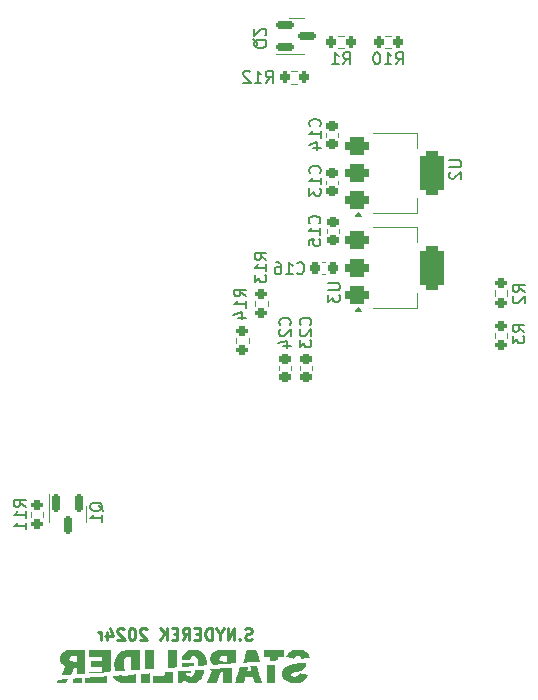
<source format=gbo>
G04 #@! TF.GenerationSoftware,KiCad,Pcbnew,8.0.4*
G04 #@! TF.CreationDate,2024-08-30T21:15:12+02:00*
G04 #@! TF.ProjectId,STARGLIDER_MainBoard_rev1,53544152-474c-4494-9445-525f4d61696e,rev?*
G04 #@! TF.SameCoordinates,Original*
G04 #@! TF.FileFunction,Legend,Bot*
G04 #@! TF.FilePolarity,Positive*
%FSLAX46Y46*%
G04 Gerber Fmt 4.6, Leading zero omitted, Abs format (unit mm)*
G04 Created by KiCad (PCBNEW 8.0.4) date 2024-08-30 21:15:12*
%MOMM*%
%LPD*%
G01*
G04 APERTURE LIST*
G04 Aperture macros list*
%AMRoundRect*
0 Rectangle with rounded corners*
0 $1 Rounding radius*
0 $2 $3 $4 $5 $6 $7 $8 $9 X,Y pos of 4 corners*
0 Add a 4 corners polygon primitive as box body*
4,1,4,$2,$3,$4,$5,$6,$7,$8,$9,$2,$3,0*
0 Add four circle primitives for the rounded corners*
1,1,$1+$1,$2,$3*
1,1,$1+$1,$4,$5*
1,1,$1+$1,$6,$7*
1,1,$1+$1,$8,$9*
0 Add four rect primitives between the rounded corners*
20,1,$1+$1,$2,$3,$4,$5,0*
20,1,$1+$1,$4,$5,$6,$7,0*
20,1,$1+$1,$6,$7,$8,$9,0*
20,1,$1+$1,$8,$9,$2,$3,0*%
G04 Aperture macros list end*
%ADD10C,0.250000*%
%ADD11C,0.170000*%
%ADD12C,0.200000*%
%ADD13C,0.120000*%
%ADD14C,0.000000*%
%ADD15C,5.600000*%
%ADD16R,1.600000X1.600000*%
%ADD17C,1.600000*%
%ADD18C,0.900000*%
%ADD19C,2.374900*%
%ADD20C,0.990600*%
%ADD21C,0.650000*%
%ADD22O,2.100000X1.000000*%
%ADD23O,1.800000X1.000000*%
%ADD24RoundRect,0.200000X-0.275000X0.200000X-0.275000X-0.200000X0.275000X-0.200000X0.275000X0.200000X0*%
%ADD25RoundRect,0.200000X0.275000X-0.200000X0.275000X0.200000X-0.275000X0.200000X-0.275000X-0.200000X0*%
%ADD26RoundRect,0.225000X0.250000X-0.225000X0.250000X0.225000X-0.250000X0.225000X-0.250000X-0.225000X0*%
%ADD27RoundRect,0.225000X-0.250000X0.225000X-0.250000X-0.225000X0.250000X-0.225000X0.250000X0.225000X0*%
%ADD28RoundRect,0.375000X-0.625000X-0.375000X0.625000X-0.375000X0.625000X0.375000X-0.625000X0.375000X0*%
%ADD29RoundRect,0.500000X-0.500000X-1.400000X0.500000X-1.400000X0.500000X1.400000X-0.500000X1.400000X0*%
%ADD30RoundRect,0.225000X0.225000X0.250000X-0.225000X0.250000X-0.225000X-0.250000X0.225000X-0.250000X0*%
%ADD31RoundRect,0.150000X-0.150000X0.587500X-0.150000X-0.587500X0.150000X-0.587500X0.150000X0.587500X0*%
%ADD32RoundRect,0.200000X-0.200000X-0.275000X0.200000X-0.275000X0.200000X0.275000X-0.200000X0.275000X0*%
%ADD33RoundRect,0.200000X0.200000X0.275000X-0.200000X0.275000X-0.200000X-0.275000X0.200000X-0.275000X0*%
%ADD34RoundRect,0.150000X-0.587500X-0.150000X0.587500X-0.150000X0.587500X0.150000X-0.587500X0.150000X0*%
G04 APERTURE END LIST*
D10*
X112895050Y-131492000D02*
X112752193Y-131539619D01*
X112752193Y-131539619D02*
X112514098Y-131539619D01*
X112514098Y-131539619D02*
X112418860Y-131492000D01*
X112418860Y-131492000D02*
X112371241Y-131444380D01*
X112371241Y-131444380D02*
X112323622Y-131349142D01*
X112323622Y-131349142D02*
X112323622Y-131253904D01*
X112323622Y-131253904D02*
X112371241Y-131158666D01*
X112371241Y-131158666D02*
X112418860Y-131111047D01*
X112418860Y-131111047D02*
X112514098Y-131063428D01*
X112514098Y-131063428D02*
X112704574Y-131015809D01*
X112704574Y-131015809D02*
X112799812Y-130968190D01*
X112799812Y-130968190D02*
X112847431Y-130920571D01*
X112847431Y-130920571D02*
X112895050Y-130825333D01*
X112895050Y-130825333D02*
X112895050Y-130730095D01*
X112895050Y-130730095D02*
X112847431Y-130634857D01*
X112847431Y-130634857D02*
X112799812Y-130587238D01*
X112799812Y-130587238D02*
X112704574Y-130539619D01*
X112704574Y-130539619D02*
X112466479Y-130539619D01*
X112466479Y-130539619D02*
X112323622Y-130587238D01*
X111895050Y-131444380D02*
X111847431Y-131492000D01*
X111847431Y-131492000D02*
X111895050Y-131539619D01*
X111895050Y-131539619D02*
X111942669Y-131492000D01*
X111942669Y-131492000D02*
X111895050Y-131444380D01*
X111895050Y-131444380D02*
X111895050Y-131539619D01*
X111418860Y-131539619D02*
X111418860Y-130539619D01*
X111418860Y-130539619D02*
X110847432Y-131539619D01*
X110847432Y-131539619D02*
X110847432Y-130539619D01*
X110180765Y-131063428D02*
X110180765Y-131539619D01*
X110514098Y-130539619D02*
X110180765Y-131063428D01*
X110180765Y-131063428D02*
X109847432Y-130539619D01*
X109514098Y-131539619D02*
X109514098Y-130539619D01*
X109514098Y-130539619D02*
X109276003Y-130539619D01*
X109276003Y-130539619D02*
X109133146Y-130587238D01*
X109133146Y-130587238D02*
X109037908Y-130682476D01*
X109037908Y-130682476D02*
X108990289Y-130777714D01*
X108990289Y-130777714D02*
X108942670Y-130968190D01*
X108942670Y-130968190D02*
X108942670Y-131111047D01*
X108942670Y-131111047D02*
X108990289Y-131301523D01*
X108990289Y-131301523D02*
X109037908Y-131396761D01*
X109037908Y-131396761D02*
X109133146Y-131492000D01*
X109133146Y-131492000D02*
X109276003Y-131539619D01*
X109276003Y-131539619D02*
X109514098Y-131539619D01*
X108514098Y-131015809D02*
X108180765Y-131015809D01*
X108037908Y-131539619D02*
X108514098Y-131539619D01*
X108514098Y-131539619D02*
X108514098Y-130539619D01*
X108514098Y-130539619D02*
X108037908Y-130539619D01*
X107037908Y-131539619D02*
X107371241Y-131063428D01*
X107609336Y-131539619D02*
X107609336Y-130539619D01*
X107609336Y-130539619D02*
X107228384Y-130539619D01*
X107228384Y-130539619D02*
X107133146Y-130587238D01*
X107133146Y-130587238D02*
X107085527Y-130634857D01*
X107085527Y-130634857D02*
X107037908Y-130730095D01*
X107037908Y-130730095D02*
X107037908Y-130872952D01*
X107037908Y-130872952D02*
X107085527Y-130968190D01*
X107085527Y-130968190D02*
X107133146Y-131015809D01*
X107133146Y-131015809D02*
X107228384Y-131063428D01*
X107228384Y-131063428D02*
X107609336Y-131063428D01*
X106609336Y-131015809D02*
X106276003Y-131015809D01*
X106133146Y-131539619D02*
X106609336Y-131539619D01*
X106609336Y-131539619D02*
X106609336Y-130539619D01*
X106609336Y-130539619D02*
X106133146Y-130539619D01*
X105704574Y-131539619D02*
X105704574Y-130539619D01*
X105133146Y-131539619D02*
X105561717Y-130968190D01*
X105133146Y-130539619D02*
X105704574Y-131111047D01*
X103990288Y-130634857D02*
X103942669Y-130587238D01*
X103942669Y-130587238D02*
X103847431Y-130539619D01*
X103847431Y-130539619D02*
X103609336Y-130539619D01*
X103609336Y-130539619D02*
X103514098Y-130587238D01*
X103514098Y-130587238D02*
X103466479Y-130634857D01*
X103466479Y-130634857D02*
X103418860Y-130730095D01*
X103418860Y-130730095D02*
X103418860Y-130825333D01*
X103418860Y-130825333D02*
X103466479Y-130968190D01*
X103466479Y-130968190D02*
X104037907Y-131539619D01*
X104037907Y-131539619D02*
X103418860Y-131539619D01*
X102799812Y-130539619D02*
X102704574Y-130539619D01*
X102704574Y-130539619D02*
X102609336Y-130587238D01*
X102609336Y-130587238D02*
X102561717Y-130634857D01*
X102561717Y-130634857D02*
X102514098Y-130730095D01*
X102514098Y-130730095D02*
X102466479Y-130920571D01*
X102466479Y-130920571D02*
X102466479Y-131158666D01*
X102466479Y-131158666D02*
X102514098Y-131349142D01*
X102514098Y-131349142D02*
X102561717Y-131444380D01*
X102561717Y-131444380D02*
X102609336Y-131492000D01*
X102609336Y-131492000D02*
X102704574Y-131539619D01*
X102704574Y-131539619D02*
X102799812Y-131539619D01*
X102799812Y-131539619D02*
X102895050Y-131492000D01*
X102895050Y-131492000D02*
X102942669Y-131444380D01*
X102942669Y-131444380D02*
X102990288Y-131349142D01*
X102990288Y-131349142D02*
X103037907Y-131158666D01*
X103037907Y-131158666D02*
X103037907Y-130920571D01*
X103037907Y-130920571D02*
X102990288Y-130730095D01*
X102990288Y-130730095D02*
X102942669Y-130634857D01*
X102942669Y-130634857D02*
X102895050Y-130587238D01*
X102895050Y-130587238D02*
X102799812Y-130539619D01*
X102085526Y-130634857D02*
X102037907Y-130587238D01*
X102037907Y-130587238D02*
X101942669Y-130539619D01*
X101942669Y-130539619D02*
X101704574Y-130539619D01*
X101704574Y-130539619D02*
X101609336Y-130587238D01*
X101609336Y-130587238D02*
X101561717Y-130634857D01*
X101561717Y-130634857D02*
X101514098Y-130730095D01*
X101514098Y-130730095D02*
X101514098Y-130825333D01*
X101514098Y-130825333D02*
X101561717Y-130968190D01*
X101561717Y-130968190D02*
X102133145Y-131539619D01*
X102133145Y-131539619D02*
X101514098Y-131539619D01*
X100656955Y-130872952D02*
X100656955Y-131539619D01*
X100895050Y-130492000D02*
X101133145Y-131206285D01*
X101133145Y-131206285D02*
X100514098Y-131206285D01*
X100133145Y-131539619D02*
X100133145Y-130872952D01*
X100133145Y-131063428D02*
X100085526Y-130968190D01*
X100085526Y-130968190D02*
X100037907Y-130920571D01*
X100037907Y-130920571D02*
X99942669Y-130872952D01*
X99942669Y-130872952D02*
X99847431Y-130872952D01*
D11*
X112393779Y-102437142D02*
X111917588Y-102103809D01*
X112393779Y-101865714D02*
X111393779Y-101865714D01*
X111393779Y-101865714D02*
X111393779Y-102246666D01*
X111393779Y-102246666D02*
X111441398Y-102341904D01*
X111441398Y-102341904D02*
X111489017Y-102389523D01*
X111489017Y-102389523D02*
X111584255Y-102437142D01*
X111584255Y-102437142D02*
X111727112Y-102437142D01*
X111727112Y-102437142D02*
X111822350Y-102389523D01*
X111822350Y-102389523D02*
X111869969Y-102341904D01*
X111869969Y-102341904D02*
X111917588Y-102246666D01*
X111917588Y-102246666D02*
X111917588Y-101865714D01*
X112393779Y-103389523D02*
X112393779Y-102818095D01*
X112393779Y-103103809D02*
X111393779Y-103103809D01*
X111393779Y-103103809D02*
X111536636Y-103008571D01*
X111536636Y-103008571D02*
X111631874Y-102913333D01*
X111631874Y-102913333D02*
X111679493Y-102818095D01*
X111727112Y-104246666D02*
X112393779Y-104246666D01*
X111346160Y-104008571D02*
X112060445Y-103770476D01*
X112060445Y-103770476D02*
X112060445Y-104389523D01*
X136003779Y-102058333D02*
X135527588Y-101725000D01*
X136003779Y-101486905D02*
X135003779Y-101486905D01*
X135003779Y-101486905D02*
X135003779Y-101867857D01*
X135003779Y-101867857D02*
X135051398Y-101963095D01*
X135051398Y-101963095D02*
X135099017Y-102010714D01*
X135099017Y-102010714D02*
X135194255Y-102058333D01*
X135194255Y-102058333D02*
X135337112Y-102058333D01*
X135337112Y-102058333D02*
X135432350Y-102010714D01*
X135432350Y-102010714D02*
X135479969Y-101963095D01*
X135479969Y-101963095D02*
X135527588Y-101867857D01*
X135527588Y-101867857D02*
X135527588Y-101486905D01*
X135099017Y-102439286D02*
X135051398Y-102486905D01*
X135051398Y-102486905D02*
X135003779Y-102582143D01*
X135003779Y-102582143D02*
X135003779Y-102820238D01*
X135003779Y-102820238D02*
X135051398Y-102915476D01*
X135051398Y-102915476D02*
X135099017Y-102963095D01*
X135099017Y-102963095D02*
X135194255Y-103010714D01*
X135194255Y-103010714D02*
X135289493Y-103010714D01*
X135289493Y-103010714D02*
X135432350Y-102963095D01*
X135432350Y-102963095D02*
X136003779Y-102391667D01*
X136003779Y-102391667D02*
X136003779Y-103010714D01*
X116108540Y-104857142D02*
X116156160Y-104809523D01*
X116156160Y-104809523D02*
X116203779Y-104666666D01*
X116203779Y-104666666D02*
X116203779Y-104571428D01*
X116203779Y-104571428D02*
X116156160Y-104428571D01*
X116156160Y-104428571D02*
X116060921Y-104333333D01*
X116060921Y-104333333D02*
X115965683Y-104285714D01*
X115965683Y-104285714D02*
X115775207Y-104238095D01*
X115775207Y-104238095D02*
X115632350Y-104238095D01*
X115632350Y-104238095D02*
X115441874Y-104285714D01*
X115441874Y-104285714D02*
X115346636Y-104333333D01*
X115346636Y-104333333D02*
X115251398Y-104428571D01*
X115251398Y-104428571D02*
X115203779Y-104571428D01*
X115203779Y-104571428D02*
X115203779Y-104666666D01*
X115203779Y-104666666D02*
X115251398Y-104809523D01*
X115251398Y-104809523D02*
X115299017Y-104857142D01*
X115299017Y-105238095D02*
X115251398Y-105285714D01*
X115251398Y-105285714D02*
X115203779Y-105380952D01*
X115203779Y-105380952D02*
X115203779Y-105619047D01*
X115203779Y-105619047D02*
X115251398Y-105714285D01*
X115251398Y-105714285D02*
X115299017Y-105761904D01*
X115299017Y-105761904D02*
X115394255Y-105809523D01*
X115394255Y-105809523D02*
X115489493Y-105809523D01*
X115489493Y-105809523D02*
X115632350Y-105761904D01*
X115632350Y-105761904D02*
X116203779Y-105190476D01*
X116203779Y-105190476D02*
X116203779Y-105809523D01*
X115537112Y-106666666D02*
X116203779Y-106666666D01*
X115156160Y-106428571D02*
X115870445Y-106190476D01*
X115870445Y-106190476D02*
X115870445Y-106809523D01*
X118658540Y-92007142D02*
X118706160Y-91959523D01*
X118706160Y-91959523D02*
X118753779Y-91816666D01*
X118753779Y-91816666D02*
X118753779Y-91721428D01*
X118753779Y-91721428D02*
X118706160Y-91578571D01*
X118706160Y-91578571D02*
X118610921Y-91483333D01*
X118610921Y-91483333D02*
X118515683Y-91435714D01*
X118515683Y-91435714D02*
X118325207Y-91388095D01*
X118325207Y-91388095D02*
X118182350Y-91388095D01*
X118182350Y-91388095D02*
X117991874Y-91435714D01*
X117991874Y-91435714D02*
X117896636Y-91483333D01*
X117896636Y-91483333D02*
X117801398Y-91578571D01*
X117801398Y-91578571D02*
X117753779Y-91721428D01*
X117753779Y-91721428D02*
X117753779Y-91816666D01*
X117753779Y-91816666D02*
X117801398Y-91959523D01*
X117801398Y-91959523D02*
X117849017Y-92007142D01*
X118753779Y-92959523D02*
X118753779Y-92388095D01*
X118753779Y-92673809D02*
X117753779Y-92673809D01*
X117753779Y-92673809D02*
X117896636Y-92578571D01*
X117896636Y-92578571D02*
X117991874Y-92483333D01*
X117991874Y-92483333D02*
X118039493Y-92388095D01*
X117753779Y-93292857D02*
X117753779Y-93911904D01*
X117753779Y-93911904D02*
X118134731Y-93578571D01*
X118134731Y-93578571D02*
X118134731Y-93721428D01*
X118134731Y-93721428D02*
X118182350Y-93816666D01*
X118182350Y-93816666D02*
X118229969Y-93864285D01*
X118229969Y-93864285D02*
X118325207Y-93911904D01*
X118325207Y-93911904D02*
X118563302Y-93911904D01*
X118563302Y-93911904D02*
X118658540Y-93864285D01*
X118658540Y-93864285D02*
X118706160Y-93816666D01*
X118706160Y-93816666D02*
X118753779Y-93721428D01*
X118753779Y-93721428D02*
X118753779Y-93435714D01*
X118753779Y-93435714D02*
X118706160Y-93340476D01*
X118706160Y-93340476D02*
X118658540Y-93292857D01*
X129628779Y-90938095D02*
X130438302Y-90938095D01*
X130438302Y-90938095D02*
X130533540Y-90985714D01*
X130533540Y-90985714D02*
X130581160Y-91033333D01*
X130581160Y-91033333D02*
X130628779Y-91128571D01*
X130628779Y-91128571D02*
X130628779Y-91319047D01*
X130628779Y-91319047D02*
X130581160Y-91414285D01*
X130581160Y-91414285D02*
X130533540Y-91461904D01*
X130533540Y-91461904D02*
X130438302Y-91509523D01*
X130438302Y-91509523D02*
X129628779Y-91509523D01*
X129724017Y-91938095D02*
X129676398Y-91985714D01*
X129676398Y-91985714D02*
X129628779Y-92080952D01*
X129628779Y-92080952D02*
X129628779Y-92319047D01*
X129628779Y-92319047D02*
X129676398Y-92414285D01*
X129676398Y-92414285D02*
X129724017Y-92461904D01*
X129724017Y-92461904D02*
X129819255Y-92509523D01*
X129819255Y-92509523D02*
X129914493Y-92509523D01*
X129914493Y-92509523D02*
X130057350Y-92461904D01*
X130057350Y-92461904D02*
X130628779Y-91890476D01*
X130628779Y-91890476D02*
X130628779Y-92509523D01*
X119353779Y-101338095D02*
X120163302Y-101338095D01*
X120163302Y-101338095D02*
X120258540Y-101385714D01*
X120258540Y-101385714D02*
X120306160Y-101433333D01*
X120306160Y-101433333D02*
X120353779Y-101528571D01*
X120353779Y-101528571D02*
X120353779Y-101719047D01*
X120353779Y-101719047D02*
X120306160Y-101814285D01*
X120306160Y-101814285D02*
X120258540Y-101861904D01*
X120258540Y-101861904D02*
X120163302Y-101909523D01*
X120163302Y-101909523D02*
X119353779Y-101909523D01*
X119353779Y-102290476D02*
X119353779Y-102909523D01*
X119353779Y-102909523D02*
X119734731Y-102576190D01*
X119734731Y-102576190D02*
X119734731Y-102719047D01*
X119734731Y-102719047D02*
X119782350Y-102814285D01*
X119782350Y-102814285D02*
X119829969Y-102861904D01*
X119829969Y-102861904D02*
X119925207Y-102909523D01*
X119925207Y-102909523D02*
X120163302Y-102909523D01*
X120163302Y-102909523D02*
X120258540Y-102861904D01*
X120258540Y-102861904D02*
X120306160Y-102814285D01*
X120306160Y-102814285D02*
X120353779Y-102719047D01*
X120353779Y-102719047D02*
X120353779Y-102433333D01*
X120353779Y-102433333D02*
X120306160Y-102338095D01*
X120306160Y-102338095D02*
X120258540Y-102290476D01*
X116742857Y-100458540D02*
X116790476Y-100506160D01*
X116790476Y-100506160D02*
X116933333Y-100553779D01*
X116933333Y-100553779D02*
X117028571Y-100553779D01*
X117028571Y-100553779D02*
X117171428Y-100506160D01*
X117171428Y-100506160D02*
X117266666Y-100410921D01*
X117266666Y-100410921D02*
X117314285Y-100315683D01*
X117314285Y-100315683D02*
X117361904Y-100125207D01*
X117361904Y-100125207D02*
X117361904Y-99982350D01*
X117361904Y-99982350D02*
X117314285Y-99791874D01*
X117314285Y-99791874D02*
X117266666Y-99696636D01*
X117266666Y-99696636D02*
X117171428Y-99601398D01*
X117171428Y-99601398D02*
X117028571Y-99553779D01*
X117028571Y-99553779D02*
X116933333Y-99553779D01*
X116933333Y-99553779D02*
X116790476Y-99601398D01*
X116790476Y-99601398D02*
X116742857Y-99649017D01*
X115790476Y-100553779D02*
X116361904Y-100553779D01*
X116076190Y-100553779D02*
X116076190Y-99553779D01*
X116076190Y-99553779D02*
X116171428Y-99696636D01*
X116171428Y-99696636D02*
X116266666Y-99791874D01*
X116266666Y-99791874D02*
X116361904Y-99839493D01*
X114933333Y-99553779D02*
X115123809Y-99553779D01*
X115123809Y-99553779D02*
X115219047Y-99601398D01*
X115219047Y-99601398D02*
X115266666Y-99649017D01*
X115266666Y-99649017D02*
X115361904Y-99791874D01*
X115361904Y-99791874D02*
X115409523Y-99982350D01*
X115409523Y-99982350D02*
X115409523Y-100363302D01*
X115409523Y-100363302D02*
X115361904Y-100458540D01*
X115361904Y-100458540D02*
X115314285Y-100506160D01*
X115314285Y-100506160D02*
X115219047Y-100553779D01*
X115219047Y-100553779D02*
X115028571Y-100553779D01*
X115028571Y-100553779D02*
X114933333Y-100506160D01*
X114933333Y-100506160D02*
X114885714Y-100458540D01*
X114885714Y-100458540D02*
X114838095Y-100363302D01*
X114838095Y-100363302D02*
X114838095Y-100125207D01*
X114838095Y-100125207D02*
X114885714Y-100029969D01*
X114885714Y-100029969D02*
X114933333Y-99982350D01*
X114933333Y-99982350D02*
X115028571Y-99934731D01*
X115028571Y-99934731D02*
X115219047Y-99934731D01*
X115219047Y-99934731D02*
X115314285Y-99982350D01*
X115314285Y-99982350D02*
X115361904Y-100029969D01*
X115361904Y-100029969D02*
X115409523Y-100125207D01*
X118608540Y-96257142D02*
X118656160Y-96209523D01*
X118656160Y-96209523D02*
X118703779Y-96066666D01*
X118703779Y-96066666D02*
X118703779Y-95971428D01*
X118703779Y-95971428D02*
X118656160Y-95828571D01*
X118656160Y-95828571D02*
X118560921Y-95733333D01*
X118560921Y-95733333D02*
X118465683Y-95685714D01*
X118465683Y-95685714D02*
X118275207Y-95638095D01*
X118275207Y-95638095D02*
X118132350Y-95638095D01*
X118132350Y-95638095D02*
X117941874Y-95685714D01*
X117941874Y-95685714D02*
X117846636Y-95733333D01*
X117846636Y-95733333D02*
X117751398Y-95828571D01*
X117751398Y-95828571D02*
X117703779Y-95971428D01*
X117703779Y-95971428D02*
X117703779Y-96066666D01*
X117703779Y-96066666D02*
X117751398Y-96209523D01*
X117751398Y-96209523D02*
X117799017Y-96257142D01*
X118703779Y-97209523D02*
X118703779Y-96638095D01*
X118703779Y-96923809D02*
X117703779Y-96923809D01*
X117703779Y-96923809D02*
X117846636Y-96828571D01*
X117846636Y-96828571D02*
X117941874Y-96733333D01*
X117941874Y-96733333D02*
X117989493Y-96638095D01*
X117703779Y-98114285D02*
X117703779Y-97638095D01*
X117703779Y-97638095D02*
X118179969Y-97590476D01*
X118179969Y-97590476D02*
X118132350Y-97638095D01*
X118132350Y-97638095D02*
X118084731Y-97733333D01*
X118084731Y-97733333D02*
X118084731Y-97971428D01*
X118084731Y-97971428D02*
X118132350Y-98066666D01*
X118132350Y-98066666D02*
X118179969Y-98114285D01*
X118179969Y-98114285D02*
X118275207Y-98161904D01*
X118275207Y-98161904D02*
X118513302Y-98161904D01*
X118513302Y-98161904D02*
X118608540Y-98114285D01*
X118608540Y-98114285D02*
X118656160Y-98066666D01*
X118656160Y-98066666D02*
X118703779Y-97971428D01*
X118703779Y-97971428D02*
X118703779Y-97733333D01*
X118703779Y-97733333D02*
X118656160Y-97638095D01*
X118656160Y-97638095D02*
X118608540Y-97590476D01*
D12*
X100309457Y-120625261D02*
X100261838Y-120530023D01*
X100261838Y-120530023D02*
X100166600Y-120434785D01*
X100166600Y-120434785D02*
X100023742Y-120291928D01*
X100023742Y-120291928D02*
X99976123Y-120196690D01*
X99976123Y-120196690D02*
X99976123Y-120101452D01*
X100214219Y-120149071D02*
X100166600Y-120053833D01*
X100166600Y-120053833D02*
X100071361Y-119958595D01*
X100071361Y-119958595D02*
X99880885Y-119910976D01*
X99880885Y-119910976D02*
X99547552Y-119910976D01*
X99547552Y-119910976D02*
X99357076Y-119958595D01*
X99357076Y-119958595D02*
X99261838Y-120053833D01*
X99261838Y-120053833D02*
X99214219Y-120149071D01*
X99214219Y-120149071D02*
X99214219Y-120339547D01*
X99214219Y-120339547D02*
X99261838Y-120434785D01*
X99261838Y-120434785D02*
X99357076Y-120530023D01*
X99357076Y-120530023D02*
X99547552Y-120577642D01*
X99547552Y-120577642D02*
X99880885Y-120577642D01*
X99880885Y-120577642D02*
X100071361Y-120530023D01*
X100071361Y-120530023D02*
X100166600Y-120434785D01*
X100166600Y-120434785D02*
X100214219Y-120339547D01*
X100214219Y-120339547D02*
X100214219Y-120149071D01*
X100214219Y-121530023D02*
X100214219Y-120958595D01*
X100214219Y-121244309D02*
X99214219Y-121244309D01*
X99214219Y-121244309D02*
X99357076Y-121149071D01*
X99357076Y-121149071D02*
X99452314Y-121053833D01*
X99452314Y-121053833D02*
X99499933Y-120958595D01*
D11*
X117858540Y-104857142D02*
X117906160Y-104809523D01*
X117906160Y-104809523D02*
X117953779Y-104666666D01*
X117953779Y-104666666D02*
X117953779Y-104571428D01*
X117953779Y-104571428D02*
X117906160Y-104428571D01*
X117906160Y-104428571D02*
X117810921Y-104333333D01*
X117810921Y-104333333D02*
X117715683Y-104285714D01*
X117715683Y-104285714D02*
X117525207Y-104238095D01*
X117525207Y-104238095D02*
X117382350Y-104238095D01*
X117382350Y-104238095D02*
X117191874Y-104285714D01*
X117191874Y-104285714D02*
X117096636Y-104333333D01*
X117096636Y-104333333D02*
X117001398Y-104428571D01*
X117001398Y-104428571D02*
X116953779Y-104571428D01*
X116953779Y-104571428D02*
X116953779Y-104666666D01*
X116953779Y-104666666D02*
X117001398Y-104809523D01*
X117001398Y-104809523D02*
X117049017Y-104857142D01*
X117049017Y-105238095D02*
X117001398Y-105285714D01*
X117001398Y-105285714D02*
X116953779Y-105380952D01*
X116953779Y-105380952D02*
X116953779Y-105619047D01*
X116953779Y-105619047D02*
X117001398Y-105714285D01*
X117001398Y-105714285D02*
X117049017Y-105761904D01*
X117049017Y-105761904D02*
X117144255Y-105809523D01*
X117144255Y-105809523D02*
X117239493Y-105809523D01*
X117239493Y-105809523D02*
X117382350Y-105761904D01*
X117382350Y-105761904D02*
X117953779Y-105190476D01*
X117953779Y-105190476D02*
X117953779Y-105809523D01*
X116953779Y-106142857D02*
X116953779Y-106761904D01*
X116953779Y-106761904D02*
X117334731Y-106428571D01*
X117334731Y-106428571D02*
X117334731Y-106571428D01*
X117334731Y-106571428D02*
X117382350Y-106666666D01*
X117382350Y-106666666D02*
X117429969Y-106714285D01*
X117429969Y-106714285D02*
X117525207Y-106761904D01*
X117525207Y-106761904D02*
X117763302Y-106761904D01*
X117763302Y-106761904D02*
X117858540Y-106714285D01*
X117858540Y-106714285D02*
X117906160Y-106666666D01*
X117906160Y-106666666D02*
X117953779Y-106571428D01*
X117953779Y-106571428D02*
X117953779Y-106285714D01*
X117953779Y-106285714D02*
X117906160Y-106190476D01*
X117906160Y-106190476D02*
X117858540Y-106142857D01*
X114143779Y-99357142D02*
X113667588Y-99023809D01*
X114143779Y-98785714D02*
X113143779Y-98785714D01*
X113143779Y-98785714D02*
X113143779Y-99166666D01*
X113143779Y-99166666D02*
X113191398Y-99261904D01*
X113191398Y-99261904D02*
X113239017Y-99309523D01*
X113239017Y-99309523D02*
X113334255Y-99357142D01*
X113334255Y-99357142D02*
X113477112Y-99357142D01*
X113477112Y-99357142D02*
X113572350Y-99309523D01*
X113572350Y-99309523D02*
X113619969Y-99261904D01*
X113619969Y-99261904D02*
X113667588Y-99166666D01*
X113667588Y-99166666D02*
X113667588Y-98785714D01*
X114143779Y-100309523D02*
X114143779Y-99738095D01*
X114143779Y-100023809D02*
X113143779Y-100023809D01*
X113143779Y-100023809D02*
X113286636Y-99928571D01*
X113286636Y-99928571D02*
X113381874Y-99833333D01*
X113381874Y-99833333D02*
X113429493Y-99738095D01*
X113143779Y-100642857D02*
X113143779Y-101261904D01*
X113143779Y-101261904D02*
X113524731Y-100928571D01*
X113524731Y-100928571D02*
X113524731Y-101071428D01*
X113524731Y-101071428D02*
X113572350Y-101166666D01*
X113572350Y-101166666D02*
X113619969Y-101214285D01*
X113619969Y-101214285D02*
X113715207Y-101261904D01*
X113715207Y-101261904D02*
X113953302Y-101261904D01*
X113953302Y-101261904D02*
X114048540Y-101214285D01*
X114048540Y-101214285D02*
X114096160Y-101166666D01*
X114096160Y-101166666D02*
X114143779Y-101071428D01*
X114143779Y-101071428D02*
X114143779Y-100785714D01*
X114143779Y-100785714D02*
X114096160Y-100690476D01*
X114096160Y-100690476D02*
X114048540Y-100642857D01*
X118658540Y-88057142D02*
X118706160Y-88009523D01*
X118706160Y-88009523D02*
X118753779Y-87866666D01*
X118753779Y-87866666D02*
X118753779Y-87771428D01*
X118753779Y-87771428D02*
X118706160Y-87628571D01*
X118706160Y-87628571D02*
X118610921Y-87533333D01*
X118610921Y-87533333D02*
X118515683Y-87485714D01*
X118515683Y-87485714D02*
X118325207Y-87438095D01*
X118325207Y-87438095D02*
X118182350Y-87438095D01*
X118182350Y-87438095D02*
X117991874Y-87485714D01*
X117991874Y-87485714D02*
X117896636Y-87533333D01*
X117896636Y-87533333D02*
X117801398Y-87628571D01*
X117801398Y-87628571D02*
X117753779Y-87771428D01*
X117753779Y-87771428D02*
X117753779Y-87866666D01*
X117753779Y-87866666D02*
X117801398Y-88009523D01*
X117801398Y-88009523D02*
X117849017Y-88057142D01*
X118753779Y-89009523D02*
X118753779Y-88438095D01*
X118753779Y-88723809D02*
X117753779Y-88723809D01*
X117753779Y-88723809D02*
X117896636Y-88628571D01*
X117896636Y-88628571D02*
X117991874Y-88533333D01*
X117991874Y-88533333D02*
X118039493Y-88438095D01*
X118087112Y-89866666D02*
X118753779Y-89866666D01*
X117706160Y-89628571D02*
X118420445Y-89390476D01*
X118420445Y-89390476D02*
X118420445Y-90009523D01*
X125100857Y-82789779D02*
X125434190Y-82313588D01*
X125672285Y-82789779D02*
X125672285Y-81789779D01*
X125672285Y-81789779D02*
X125291333Y-81789779D01*
X125291333Y-81789779D02*
X125196095Y-81837398D01*
X125196095Y-81837398D02*
X125148476Y-81885017D01*
X125148476Y-81885017D02*
X125100857Y-81980255D01*
X125100857Y-81980255D02*
X125100857Y-82123112D01*
X125100857Y-82123112D02*
X125148476Y-82218350D01*
X125148476Y-82218350D02*
X125196095Y-82265969D01*
X125196095Y-82265969D02*
X125291333Y-82313588D01*
X125291333Y-82313588D02*
X125672285Y-82313588D01*
X124148476Y-82789779D02*
X124719904Y-82789779D01*
X124434190Y-82789779D02*
X124434190Y-81789779D01*
X124434190Y-81789779D02*
X124529428Y-81932636D01*
X124529428Y-81932636D02*
X124624666Y-82027874D01*
X124624666Y-82027874D02*
X124719904Y-82075493D01*
X123529428Y-81789779D02*
X123434190Y-81789779D01*
X123434190Y-81789779D02*
X123338952Y-81837398D01*
X123338952Y-81837398D02*
X123291333Y-81885017D01*
X123291333Y-81885017D02*
X123243714Y-81980255D01*
X123243714Y-81980255D02*
X123196095Y-82170731D01*
X123196095Y-82170731D02*
X123196095Y-82408826D01*
X123196095Y-82408826D02*
X123243714Y-82599302D01*
X123243714Y-82599302D02*
X123291333Y-82694540D01*
X123291333Y-82694540D02*
X123338952Y-82742160D01*
X123338952Y-82742160D02*
X123434190Y-82789779D01*
X123434190Y-82789779D02*
X123529428Y-82789779D01*
X123529428Y-82789779D02*
X123624666Y-82742160D01*
X123624666Y-82742160D02*
X123672285Y-82694540D01*
X123672285Y-82694540D02*
X123719904Y-82599302D01*
X123719904Y-82599302D02*
X123767523Y-82408826D01*
X123767523Y-82408826D02*
X123767523Y-82170731D01*
X123767523Y-82170731D02*
X123719904Y-81980255D01*
X123719904Y-81980255D02*
X123672285Y-81885017D01*
X123672285Y-81885017D02*
X123624666Y-81837398D01*
X123624666Y-81837398D02*
X123529428Y-81789779D01*
X93753779Y-120257142D02*
X93277588Y-119923809D01*
X93753779Y-119685714D02*
X92753779Y-119685714D01*
X92753779Y-119685714D02*
X92753779Y-120066666D01*
X92753779Y-120066666D02*
X92801398Y-120161904D01*
X92801398Y-120161904D02*
X92849017Y-120209523D01*
X92849017Y-120209523D02*
X92944255Y-120257142D01*
X92944255Y-120257142D02*
X93087112Y-120257142D01*
X93087112Y-120257142D02*
X93182350Y-120209523D01*
X93182350Y-120209523D02*
X93229969Y-120161904D01*
X93229969Y-120161904D02*
X93277588Y-120066666D01*
X93277588Y-120066666D02*
X93277588Y-119685714D01*
X93753779Y-121209523D02*
X93753779Y-120638095D01*
X93753779Y-120923809D02*
X92753779Y-120923809D01*
X92753779Y-120923809D02*
X92896636Y-120828571D01*
X92896636Y-120828571D02*
X92991874Y-120733333D01*
X92991874Y-120733333D02*
X93039493Y-120638095D01*
X93753779Y-122161904D02*
X93753779Y-121590476D01*
X93753779Y-121876190D02*
X92753779Y-121876190D01*
X92753779Y-121876190D02*
X92896636Y-121780952D01*
X92896636Y-121780952D02*
X92991874Y-121685714D01*
X92991874Y-121685714D02*
X93039493Y-121590476D01*
X114084857Y-84353779D02*
X114418190Y-83877588D01*
X114656285Y-84353779D02*
X114656285Y-83353779D01*
X114656285Y-83353779D02*
X114275333Y-83353779D01*
X114275333Y-83353779D02*
X114180095Y-83401398D01*
X114180095Y-83401398D02*
X114132476Y-83449017D01*
X114132476Y-83449017D02*
X114084857Y-83544255D01*
X114084857Y-83544255D02*
X114084857Y-83687112D01*
X114084857Y-83687112D02*
X114132476Y-83782350D01*
X114132476Y-83782350D02*
X114180095Y-83829969D01*
X114180095Y-83829969D02*
X114275333Y-83877588D01*
X114275333Y-83877588D02*
X114656285Y-83877588D01*
X113132476Y-84353779D02*
X113703904Y-84353779D01*
X113418190Y-84353779D02*
X113418190Y-83353779D01*
X113418190Y-83353779D02*
X113513428Y-83496636D01*
X113513428Y-83496636D02*
X113608666Y-83591874D01*
X113608666Y-83591874D02*
X113703904Y-83639493D01*
X112751523Y-83449017D02*
X112703904Y-83401398D01*
X112703904Y-83401398D02*
X112608666Y-83353779D01*
X112608666Y-83353779D02*
X112370571Y-83353779D01*
X112370571Y-83353779D02*
X112275333Y-83401398D01*
X112275333Y-83401398D02*
X112227714Y-83449017D01*
X112227714Y-83449017D02*
X112180095Y-83544255D01*
X112180095Y-83544255D02*
X112180095Y-83639493D01*
X112180095Y-83639493D02*
X112227714Y-83782350D01*
X112227714Y-83782350D02*
X112799142Y-84353779D01*
X112799142Y-84353779D02*
X112180095Y-84353779D01*
X135978779Y-105458333D02*
X135502588Y-105125000D01*
X135978779Y-104886905D02*
X134978779Y-104886905D01*
X134978779Y-104886905D02*
X134978779Y-105267857D01*
X134978779Y-105267857D02*
X135026398Y-105363095D01*
X135026398Y-105363095D02*
X135074017Y-105410714D01*
X135074017Y-105410714D02*
X135169255Y-105458333D01*
X135169255Y-105458333D02*
X135312112Y-105458333D01*
X135312112Y-105458333D02*
X135407350Y-105410714D01*
X135407350Y-105410714D02*
X135454969Y-105363095D01*
X135454969Y-105363095D02*
X135502588Y-105267857D01*
X135502588Y-105267857D02*
X135502588Y-104886905D01*
X134978779Y-105791667D02*
X134978779Y-106410714D01*
X134978779Y-106410714D02*
X135359731Y-106077381D01*
X135359731Y-106077381D02*
X135359731Y-106220238D01*
X135359731Y-106220238D02*
X135407350Y-106315476D01*
X135407350Y-106315476D02*
X135454969Y-106363095D01*
X135454969Y-106363095D02*
X135550207Y-106410714D01*
X135550207Y-106410714D02*
X135788302Y-106410714D01*
X135788302Y-106410714D02*
X135883540Y-106363095D01*
X135883540Y-106363095D02*
X135931160Y-106315476D01*
X135931160Y-106315476D02*
X135978779Y-106220238D01*
X135978779Y-106220238D02*
X135978779Y-105934524D01*
X135978779Y-105934524D02*
X135931160Y-105839286D01*
X135931160Y-105839286D02*
X135883540Y-105791667D01*
X120624666Y-82789779D02*
X120957999Y-82313588D01*
X121196094Y-82789779D02*
X121196094Y-81789779D01*
X121196094Y-81789779D02*
X120815142Y-81789779D01*
X120815142Y-81789779D02*
X120719904Y-81837398D01*
X120719904Y-81837398D02*
X120672285Y-81885017D01*
X120672285Y-81885017D02*
X120624666Y-81980255D01*
X120624666Y-81980255D02*
X120624666Y-82123112D01*
X120624666Y-82123112D02*
X120672285Y-82218350D01*
X120672285Y-82218350D02*
X120719904Y-82265969D01*
X120719904Y-82265969D02*
X120815142Y-82313588D01*
X120815142Y-82313588D02*
X121196094Y-82313588D01*
X119672285Y-82789779D02*
X120243713Y-82789779D01*
X119957999Y-82789779D02*
X119957999Y-81789779D01*
X119957999Y-81789779D02*
X120053237Y-81932636D01*
X120053237Y-81932636D02*
X120148475Y-82027874D01*
X120148475Y-82027874D02*
X120243713Y-82075493D01*
D12*
X113027542Y-80670238D02*
X113075161Y-80765476D01*
X113075161Y-80765476D02*
X113170400Y-80860714D01*
X113170400Y-80860714D02*
X113313257Y-81003571D01*
X113313257Y-81003571D02*
X113360876Y-81098809D01*
X113360876Y-81098809D02*
X113360876Y-81194047D01*
X113122780Y-81146428D02*
X113170400Y-81241666D01*
X113170400Y-81241666D02*
X113265638Y-81336904D01*
X113265638Y-81336904D02*
X113456114Y-81384523D01*
X113456114Y-81384523D02*
X113789447Y-81384523D01*
X113789447Y-81384523D02*
X113979923Y-81336904D01*
X113979923Y-81336904D02*
X114075161Y-81241666D01*
X114075161Y-81241666D02*
X114122780Y-81146428D01*
X114122780Y-81146428D02*
X114122780Y-80955952D01*
X114122780Y-80955952D02*
X114075161Y-80860714D01*
X114075161Y-80860714D02*
X113979923Y-80765476D01*
X113979923Y-80765476D02*
X113789447Y-80717857D01*
X113789447Y-80717857D02*
X113456114Y-80717857D01*
X113456114Y-80717857D02*
X113265638Y-80765476D01*
X113265638Y-80765476D02*
X113170400Y-80860714D01*
X113170400Y-80860714D02*
X113122780Y-80955952D01*
X113122780Y-80955952D02*
X113122780Y-81146428D01*
X114027542Y-80336904D02*
X114075161Y-80289285D01*
X114075161Y-80289285D02*
X114122780Y-80194047D01*
X114122780Y-80194047D02*
X114122780Y-79955952D01*
X114122780Y-79955952D02*
X114075161Y-79860714D01*
X114075161Y-79860714D02*
X114027542Y-79813095D01*
X114027542Y-79813095D02*
X113932304Y-79765476D01*
X113932304Y-79765476D02*
X113837066Y-79765476D01*
X113837066Y-79765476D02*
X113694209Y-79813095D01*
X113694209Y-79813095D02*
X113122780Y-80384523D01*
X113122780Y-80384523D02*
X113122780Y-79765476D01*
D13*
X111577500Y-106412258D02*
X111577500Y-105937742D01*
X112622500Y-106412258D02*
X112622500Y-105937742D01*
X133477500Y-101937742D02*
X133477500Y-102412258D01*
X134522500Y-101937742D02*
X134522500Y-102412258D01*
X115240000Y-108359420D02*
X115240000Y-108640580D01*
X116260000Y-108359420D02*
X116260000Y-108640580D01*
X119190000Y-92915580D02*
X119190000Y-92634420D01*
X120210000Y-92915580D02*
X120210000Y-92634420D01*
X126910000Y-88590000D02*
X123150000Y-88590000D01*
X126910000Y-89850000D02*
X126910000Y-88590000D01*
X126910000Y-94150000D02*
X126910000Y-95410000D01*
X126910000Y-95410000D02*
X123150000Y-95410000D01*
X122110000Y-95640000D02*
X121630000Y-95640000D01*
X121870000Y-95310000D01*
X122110000Y-95640000D01*
G36*
X122110000Y-95640000D02*
G01*
X121630000Y-95640000D01*
X121870000Y-95310000D01*
X122110000Y-95640000D01*
G37*
X126910000Y-96590000D02*
X123150000Y-96590000D01*
X126910000Y-97850000D02*
X126910000Y-96590000D01*
X126910000Y-102150000D02*
X126910000Y-103410000D01*
X126910000Y-103410000D02*
X123150000Y-103410000D01*
X122110000Y-103640000D02*
X121630000Y-103640000D01*
X121870000Y-103310000D01*
X122110000Y-103640000D01*
G36*
X122110000Y-103640000D02*
G01*
X121630000Y-103640000D01*
X121870000Y-103310000D01*
X122110000Y-103640000D01*
G37*
X118859420Y-99490000D02*
X119140580Y-99490000D01*
X118859420Y-100510000D02*
X119140580Y-100510000D01*
X119240000Y-96759420D02*
X119240000Y-97040580D01*
X120260000Y-96759420D02*
X120260000Y-97040580D01*
X95740000Y-119187500D02*
X95740000Y-120862500D01*
X95740000Y-121512500D02*
X95740000Y-120862500D01*
X98860000Y-120212500D02*
X98860000Y-120862500D01*
X98860000Y-121512500D02*
X98860000Y-120862500D01*
X116990000Y-108640580D02*
X116990000Y-108359420D01*
X118010000Y-108640580D02*
X118010000Y-108359420D01*
X113187500Y-103282258D02*
X113187500Y-102807742D01*
X114232500Y-103282258D02*
X114232500Y-102807742D01*
X119190000Y-88634420D02*
X119190000Y-88915580D01*
X120210000Y-88634420D02*
X120210000Y-88915580D01*
X124695258Y-80383500D02*
X124220742Y-80383500D01*
X124695258Y-81428500D02*
X124220742Y-81428500D01*
D14*
G36*
X98521986Y-134961178D02*
G01*
X98521986Y-135170168D01*
X98145239Y-135170168D01*
X97768493Y-135170168D01*
X97768493Y-134990762D01*
X97768493Y-134811355D01*
X98005478Y-134795782D01*
X98051283Y-134792690D01*
X98176124Y-134783593D01*
X98293238Y-134774229D01*
X98382225Y-134766199D01*
X98521986Y-134752189D01*
X98521986Y-134961178D01*
G37*
G36*
X104306866Y-134765992D02*
G01*
X104306866Y-135170168D01*
X103930120Y-135170168D01*
X103553373Y-135170168D01*
X103553373Y-134796126D01*
X103553373Y-134422085D01*
X103632368Y-134408513D01*
X103683608Y-134402231D01*
X103772893Y-134394281D01*
X103885683Y-134385987D01*
X104009115Y-134378378D01*
X104306866Y-134361816D01*
X104306866Y-134765992D01*
G37*
G36*
X104598541Y-133175568D02*
G01*
X104598541Y-133976184D01*
X104495239Y-133989993D01*
X104457186Y-133994580D01*
X104357874Y-134004135D01*
X104258254Y-134011292D01*
X104211320Y-134013766D01*
X104094396Y-134019123D01*
X103984809Y-134023279D01*
X103845048Y-134027775D01*
X103845048Y-133201364D01*
X103845048Y-132374953D01*
X104221794Y-132374953D01*
X104598541Y-132374953D01*
X104598541Y-133175568D01*
G37*
G36*
X106251364Y-134693810D02*
G01*
X106251364Y-135170168D01*
X105400646Y-135170168D01*
X104549928Y-135170168D01*
X104549928Y-134879007D01*
X104549928Y-134587846D01*
X105029976Y-134581256D01*
X105510024Y-134574665D01*
X105517196Y-134425245D01*
X105524367Y-134275825D01*
X105748105Y-134260480D01*
X105779848Y-134258263D01*
X105902716Y-134249093D01*
X106020548Y-134239521D01*
X106111603Y-134231293D01*
X106251364Y-134217452D01*
X106251364Y-134693810D01*
G37*
G36*
X114855766Y-134402032D02*
G01*
X114855766Y-135170168D01*
X114503325Y-135170168D01*
X114150885Y-135170168D01*
X114150885Y-134430263D01*
X114150980Y-134354786D01*
X114151996Y-134175845D01*
X114154010Y-134015453D01*
X114156875Y-133879624D01*
X114160444Y-133774369D01*
X114164573Y-133705702D01*
X114169115Y-133679633D01*
X114173041Y-133678371D01*
X114214869Y-133672760D01*
X114293171Y-133665892D01*
X114398536Y-133658521D01*
X114521555Y-133651402D01*
X114855766Y-133633896D01*
X114855766Y-134402032D01*
G37*
G36*
X108050024Y-133590264D02*
G01*
X108049362Y-133656595D01*
X108047160Y-133715378D01*
X108043947Y-133739217D01*
X108034997Y-133740456D01*
X107985987Y-133745173D01*
X107901734Y-133752515D01*
X107790645Y-133761759D01*
X107661124Y-133772181D01*
X107609790Y-133776165D01*
X107462881Y-133786746D01*
X107323166Y-133795731D01*
X107204394Y-133802273D01*
X107120311Y-133805525D01*
X106956244Y-133809019D01*
X106956244Y-133626723D01*
X106956244Y-133444426D01*
X107503134Y-133444426D01*
X108050024Y-133444426D01*
X108050024Y-133590264D01*
G37*
G36*
X106543038Y-133113551D02*
G01*
X106543038Y-133852150D01*
X106220981Y-133875425D01*
X106199126Y-133877006D01*
X106077608Y-133885856D01*
X105972950Y-133893571D01*
X105895696Y-133899371D01*
X105856388Y-133902472D01*
X105855744Y-133902525D01*
X105844016Y-133900550D01*
X105834698Y-133889410D01*
X105827516Y-133864173D01*
X105822193Y-133819908D01*
X105818456Y-133751686D01*
X105816029Y-133654574D01*
X105814636Y-133523643D01*
X105814002Y-133353961D01*
X105813852Y-133140598D01*
X105813852Y-132374953D01*
X106178445Y-132374953D01*
X106543038Y-132374953D01*
X106543038Y-133113551D01*
G37*
G36*
X115657871Y-132666627D02*
G01*
X115657871Y-132958302D01*
X115402656Y-132958302D01*
X115147440Y-132958302D01*
X115147440Y-133102390D01*
X115147440Y-133246478D01*
X115019833Y-133260542D01*
X114981769Y-133264580D01*
X114876088Y-133274700D01*
X114782847Y-133282351D01*
X114761348Y-133283809D01*
X114658078Y-133289784D01*
X114558014Y-133294342D01*
X114442560Y-133298589D01*
X114442560Y-133128445D01*
X114442560Y-132958302D01*
X114187345Y-132958302D01*
X113932129Y-132958302D01*
X113932129Y-132666627D01*
X113932129Y-132374953D01*
X114795000Y-132374953D01*
X115657871Y-132374953D01*
X115657871Y-132666627D01*
G37*
G36*
X97278832Y-134858531D02*
G01*
X97300726Y-134866897D01*
X97302400Y-134880892D01*
X97294160Y-134903915D01*
X97272341Y-134965298D01*
X97244974Y-135042560D01*
X97199847Y-135170168D01*
X96789805Y-135170168D01*
X96661505Y-135170474D01*
X96543170Y-135170066D01*
X96463302Y-135166012D01*
X96416321Y-135155343D01*
X96396647Y-135135093D01*
X96398699Y-135102294D01*
X96416896Y-135053979D01*
X96445659Y-134987181D01*
X96455807Y-134964991D01*
X96473889Y-134938963D01*
X96501683Y-134919133D01*
X96545662Y-134904089D01*
X96612303Y-134892421D01*
X96708078Y-134882718D01*
X96839464Y-134873569D01*
X97012935Y-134863563D01*
X97022353Y-134863043D01*
X97146594Y-134857020D01*
X97229771Y-134855377D01*
X97278832Y-134858531D01*
G37*
G36*
X100656079Y-134631282D02*
G01*
X100658599Y-134690941D01*
X100660305Y-134780595D01*
X100660933Y-134890646D01*
X100660933Y-135170168D01*
X99737297Y-135170168D01*
X98813660Y-135170168D01*
X98813660Y-134951412D01*
X98814292Y-134847831D01*
X98817744Y-134783435D01*
X98826348Y-134748980D01*
X98842439Y-134735129D01*
X98868349Y-134732543D01*
X98897783Y-134731235D01*
X98971777Y-134726832D01*
X99083160Y-134719703D01*
X99226017Y-134710240D01*
X99394429Y-134698837D01*
X99582482Y-134685885D01*
X99784257Y-134671777D01*
X99967720Y-134658869D01*
X100152671Y-134645884D01*
X100316690Y-134634396D01*
X100454265Y-134624792D01*
X100559884Y-134617456D01*
X100628034Y-134612772D01*
X100653205Y-134611125D01*
X100656079Y-134631282D01*
G37*
G36*
X113405971Y-132720721D02*
G01*
X113424723Y-132780568D01*
X113479211Y-132954803D01*
X113521024Y-133089410D01*
X113551669Y-133189588D01*
X113572653Y-133260531D01*
X113585483Y-133307437D01*
X113591665Y-133335504D01*
X113592706Y-133349927D01*
X113590111Y-133355903D01*
X113573026Y-133359779D01*
X113515756Y-133366513D01*
X113428558Y-133374223D01*
X113321945Y-133381892D01*
X113064200Y-133398590D01*
X113032763Y-133281747D01*
X113021341Y-133241739D01*
X113000324Y-133178980D01*
X112984779Y-133145989D01*
X112972116Y-133154311D01*
X112951418Y-133198970D01*
X112928348Y-133270529D01*
X112888464Y-133413984D01*
X112553502Y-133437480D01*
X112516279Y-133440107D01*
X112397369Y-133448725D01*
X112298818Y-133456207D01*
X112230005Y-133461826D01*
X112200311Y-133464854D01*
X112196943Y-133465482D01*
X112189391Y-133464271D01*
X112186523Y-133454298D01*
X112189759Y-133430192D01*
X112200523Y-133386581D01*
X112220235Y-133318097D01*
X112250318Y-133219367D01*
X112292192Y-133085021D01*
X112347281Y-132909689D01*
X112511685Y-132387106D01*
X112904457Y-132380434D01*
X113297230Y-132373762D01*
X113405971Y-132720721D01*
G37*
G36*
X100952608Y-133299352D02*
G01*
X100952313Y-133531037D01*
X100951259Y-133737228D01*
X100949326Y-133901968D01*
X100946391Y-134028971D01*
X100942334Y-134121948D01*
X100937034Y-134184612D01*
X100930372Y-134220675D01*
X100922225Y-134233849D01*
X100901087Y-134236849D01*
X100835603Y-134243193D01*
X100732071Y-134252008D01*
X100596282Y-134262833D01*
X100434026Y-134275210D01*
X100251094Y-134288679D01*
X100053278Y-134302782D01*
X99896352Y-134313781D01*
X99707490Y-134326989D01*
X99537071Y-134338874D01*
X99391105Y-134349020D01*
X99275602Y-134357007D01*
X99196571Y-134362419D01*
X99160024Y-134364839D01*
X99138008Y-134364552D01*
X99111740Y-134346965D01*
X99105335Y-134295144D01*
X99105335Y-134222225D01*
X99664378Y-134222225D01*
X100223421Y-134222225D01*
X100223421Y-134027775D01*
X100223421Y-133833326D01*
X99773756Y-133833326D01*
X99324091Y-133833326D01*
X99324091Y-133566506D01*
X99324091Y-133299686D01*
X99767679Y-133293061D01*
X100211268Y-133286436D01*
X100218409Y-133110216D01*
X100225551Y-132933996D01*
X99665443Y-132933996D01*
X99105335Y-132933996D01*
X99105335Y-132654474D01*
X99105335Y-132374953D01*
X100028971Y-132374953D01*
X100952608Y-132374953D01*
X100952608Y-133299352D01*
G37*
G36*
X103115861Y-134804923D02*
G01*
X103115861Y-135173799D01*
X102489976Y-135164357D01*
X102292762Y-135160883D01*
X102115502Y-135155768D01*
X101973398Y-135148025D01*
X101859396Y-135136335D01*
X101766442Y-135119378D01*
X101687480Y-135095837D01*
X101615458Y-135064390D01*
X101543320Y-135023720D01*
X101464013Y-134972508D01*
X101437787Y-134953996D01*
X101362275Y-134891752D01*
X101286873Y-134819062D01*
X101218923Y-134744360D01*
X101165770Y-134676083D01*
X101134758Y-134622665D01*
X101133230Y-134592543D01*
X101147236Y-134587974D01*
X101203340Y-134579250D01*
X101293829Y-134569226D01*
X101410155Y-134558811D01*
X101543766Y-134548912D01*
X101607694Y-134544680D01*
X101738956Y-134536749D01*
X101833400Y-134533036D01*
X101899374Y-134533861D01*
X101945222Y-134539543D01*
X101979291Y-134550402D01*
X102009928Y-134566758D01*
X102016451Y-134570550D01*
X102106907Y-134601107D01*
X102234761Y-134611034D01*
X102245256Y-134611034D01*
X102323880Y-134609484D01*
X102366212Y-134602127D01*
X102383421Y-134584686D01*
X102386675Y-134552889D01*
X102388019Y-134530458D01*
X102399003Y-134509683D01*
X102429391Y-134496614D01*
X102488888Y-134487694D01*
X102587201Y-134479362D01*
X102589710Y-134479171D01*
X102712685Y-134469582D01*
X102842620Y-134459135D01*
X102951794Y-134450059D01*
X103115861Y-134436047D01*
X103115861Y-134804923D01*
G37*
G36*
X111525813Y-133506893D02*
G01*
X110644713Y-133569392D01*
X110451919Y-133583024D01*
X110258641Y-133596602D01*
X110083813Y-133608792D01*
X109933444Y-133619180D01*
X109813541Y-133627351D01*
X109730112Y-133632891D01*
X109689165Y-133635383D01*
X109680436Y-133635505D01*
X109600070Y-133610039D01*
X109520770Y-133537718D01*
X109444330Y-133420120D01*
X109422494Y-133362899D01*
X109402161Y-133251248D01*
X109395382Y-133124859D01*
X110164665Y-133124859D01*
X110173029Y-133210749D01*
X110205138Y-133269837D01*
X110270111Y-133314993D01*
X110271655Y-133315776D01*
X110338714Y-133337284D01*
X110439298Y-133354910D01*
X110558840Y-133366078D01*
X110772321Y-133378250D01*
X110772321Y-133131817D01*
X110772321Y-132885383D01*
X110577090Y-132885383D01*
X110430041Y-132892468D01*
X110308679Y-132917880D01*
X110226333Y-132963725D01*
X110179498Y-133032040D01*
X110164665Y-133124859D01*
X109395382Y-133124859D01*
X109395140Y-133120338D01*
X109401238Y-132986399D01*
X109420260Y-132865659D01*
X109452015Y-132774347D01*
X109452372Y-132773681D01*
X109548467Y-132641962D01*
X109681142Y-132529468D01*
X109839428Y-132445508D01*
X109853744Y-132439871D01*
X109894387Y-132425131D01*
X109935977Y-132413409D01*
X109984471Y-132404278D01*
X110045829Y-132397310D01*
X110126008Y-132392080D01*
X110230965Y-132388161D01*
X110366660Y-132385125D01*
X110539049Y-132382546D01*
X110754091Y-132379997D01*
X111525813Y-132371334D01*
X111525813Y-132939114D01*
X111525813Y-133131817D01*
X111525813Y-133506893D01*
G37*
G36*
X108852129Y-134140883D02*
G01*
X108844850Y-134231713D01*
X108816160Y-134372110D01*
X108770537Y-134519513D01*
X108713187Y-134654677D01*
X108645038Y-134767708D01*
X108509944Y-134921228D01*
X108344816Y-135047693D01*
X108159291Y-135140203D01*
X107963006Y-135191858D01*
X107792764Y-135204875D01*
X107582003Y-135184917D01*
X107390896Y-135123735D01*
X107224052Y-135022387D01*
X107103956Y-134927457D01*
X107060854Y-135048812D01*
X107017752Y-135170168D01*
X106841161Y-135170168D01*
X106664569Y-135170168D01*
X106664569Y-134685978D01*
X106664569Y-134201788D01*
X106816483Y-134187388D01*
X106834970Y-134185674D01*
X106931044Y-134177485D01*
X107051507Y-134168011D01*
X107185953Y-134157982D01*
X107323974Y-134148130D01*
X107455162Y-134139185D01*
X107569111Y-134131878D01*
X107655412Y-134126939D01*
X107703660Y-134125099D01*
X107738840Y-134131331D01*
X107754724Y-134159259D01*
X107758349Y-134222225D01*
X107758349Y-134319450D01*
X107551746Y-134319450D01*
X107530751Y-134319501D01*
X107426813Y-134323206D01*
X107365716Y-134336222D01*
X107342612Y-134363374D01*
X107352649Y-134409487D01*
X107390977Y-134479386D01*
X107407316Y-134503068D01*
X107492297Y-134577838D01*
X107600829Y-134621816D01*
X107717094Y-134627804D01*
X107830960Y-134595422D01*
X107933471Y-134521303D01*
X108007992Y-134407632D01*
X108054273Y-134254684D01*
X108082048Y-134105331D01*
X108205797Y-134091389D01*
X108248401Y-134087080D01*
X108347448Y-134078614D01*
X108467341Y-134069623D01*
X108590837Y-134061448D01*
X108852129Y-134045448D01*
X108852129Y-134140883D01*
G37*
G36*
X108166410Y-132367575D02*
G01*
X108317829Y-132381451D01*
X108441600Y-132409129D01*
X108548589Y-132454159D01*
X108649662Y-132520093D01*
X108755683Y-132610483D01*
X108853239Y-132715779D01*
X108972247Y-132894666D01*
X109063950Y-133097020D01*
X109122939Y-133310146D01*
X109143804Y-133521350D01*
X109143801Y-133533025D01*
X109142126Y-133606870D01*
X109132823Y-133646470D01*
X109109261Y-133664665D01*
X109064809Y-133674294D01*
X109022433Y-133680079D01*
X108934785Y-133688650D01*
X108839976Y-133695106D01*
X108770528Y-133698386D01*
X108648094Y-133703352D01*
X108533562Y-133707199D01*
X108372986Y-133711795D01*
X108359949Y-133462656D01*
X108348559Y-133324808D01*
X108317871Y-133159304D01*
X108269032Y-133035351D01*
X108200315Y-132950208D01*
X108109993Y-132901132D01*
X107996340Y-132885383D01*
X107970635Y-132885619D01*
X107900169Y-132893104D01*
X107848527Y-132918370D01*
X107792572Y-132971157D01*
X107772427Y-132994562D01*
X107722939Y-133071211D01*
X107695484Y-133143242D01*
X107693244Y-133154099D01*
X107673934Y-133211326D01*
X107651201Y-133240331D01*
X107647323Y-133241179D01*
X107603920Y-133241840D01*
X107524304Y-133238142D01*
X107418305Y-133230649D01*
X107295754Y-133219925D01*
X106968397Y-133188741D01*
X106975096Y-133106075D01*
X106977952Y-133082156D01*
X107012475Y-132962218D01*
X107076491Y-132831785D01*
X107161822Y-132705432D01*
X107260291Y-132597738D01*
X107337268Y-132531663D01*
X107439053Y-132461788D01*
X107545548Y-132413491D01*
X107667563Y-132383362D01*
X107815914Y-132367988D01*
X108001412Y-132363960D01*
X108166410Y-132367575D01*
G37*
G36*
X111212895Y-133887757D02*
G01*
X111220741Y-133929155D01*
X111226714Y-134011865D01*
X111230889Y-134137705D01*
X111233339Y-134308495D01*
X111234139Y-134526053D01*
X111234139Y-135170168D01*
X110857392Y-135170168D01*
X110480646Y-135170168D01*
X110480646Y-134708350D01*
X110480646Y-134246531D01*
X110373542Y-134246531D01*
X110266438Y-134246531D01*
X110121803Y-134617201D01*
X110092048Y-134693607D01*
X110042181Y-134822335D01*
X109998371Y-134936244D01*
X109964513Y-135025188D01*
X109944502Y-135079019D01*
X109911837Y-135170168D01*
X109503514Y-135170168D01*
X109399395Y-135169698D01*
X109278215Y-135167802D01*
X109181828Y-135164704D01*
X109118174Y-135160682D01*
X109095191Y-135156010D01*
X109097051Y-135149646D01*
X109113569Y-135106035D01*
X109144984Y-135027190D01*
X109188613Y-134919733D01*
X109241776Y-134790289D01*
X109301794Y-134645481D01*
X109328921Y-134580104D01*
X109386346Y-134440266D01*
X109435701Y-134318106D01*
X109474291Y-134220408D01*
X109499421Y-134153954D01*
X109508397Y-134125527D01*
X109507578Y-134121713D01*
X109481258Y-134093686D01*
X109429402Y-134060941D01*
X109414537Y-134052846D01*
X109377479Y-134026765D01*
X109374713Y-134012609D01*
X109385666Y-134011253D01*
X109438937Y-134006600D01*
X109530254Y-133999372D01*
X109653061Y-133990038D01*
X109800806Y-133979064D01*
X109966932Y-133966918D01*
X110144886Y-133954067D01*
X110328113Y-133940977D01*
X110510059Y-133928117D01*
X110684169Y-133915954D01*
X110843889Y-133904954D01*
X110982665Y-133895585D01*
X111093941Y-133888315D01*
X111171164Y-133883610D01*
X111207779Y-133881938D01*
X111212895Y-133887757D01*
G37*
G36*
X116891934Y-132363645D02*
G01*
X117012575Y-132365733D01*
X117102018Y-132371186D01*
X117171678Y-132381366D01*
X117232971Y-132397639D01*
X117297311Y-132421366D01*
X117388076Y-132465775D01*
X117514086Y-132553926D01*
X117625720Y-132661658D01*
X117715200Y-132779791D01*
X117774747Y-132899146D01*
X117796581Y-133010543D01*
X117796818Y-133074938D01*
X117486914Y-133091259D01*
X117472699Y-133092015D01*
X117355122Y-133098866D01*
X117255881Y-133105662D01*
X117185050Y-133111654D01*
X117152703Y-133116094D01*
X117124848Y-133121771D01*
X117068847Y-133126526D01*
X117055783Y-133126737D01*
X117026618Y-133120585D01*
X117038464Y-133099278D01*
X117060996Y-133064100D01*
X117060919Y-132999655D01*
X117019019Y-132933996D01*
X117014087Y-132929332D01*
X116940525Y-132892387D01*
X116842970Y-132881801D01*
X116734912Y-132894745D01*
X116629841Y-132928391D01*
X116541248Y-132979910D01*
X116482623Y-133046473D01*
X116452472Y-133084530D01*
X116413333Y-133103553D01*
X116381544Y-133098115D01*
X116313559Y-133080972D01*
X116223097Y-133055558D01*
X116121716Y-133025401D01*
X116020973Y-132994030D01*
X115932426Y-132964975D01*
X115867633Y-132941765D01*
X115838151Y-132927928D01*
X115834833Y-132921207D01*
X115844121Y-132880366D01*
X115878232Y-132817104D01*
X115930634Y-132741178D01*
X115994795Y-132662343D01*
X116064183Y-132590356D01*
X116108507Y-132552533D01*
X116218040Y-132477277D01*
X116327521Y-132421366D01*
X116362320Y-132407918D01*
X116423640Y-132388268D01*
X116487894Y-132375358D01*
X116566498Y-132367825D01*
X116670867Y-132364306D01*
X116812416Y-132363435D01*
X116891934Y-132363645D01*
G37*
G36*
X103407536Y-133222959D02*
G01*
X103407536Y-134070966D01*
X103085478Y-134087564D01*
X103064023Y-134088691D01*
X102942377Y-134095910D01*
X102837594Y-134103458D01*
X102760241Y-134110504D01*
X102720885Y-134116219D01*
X102720687Y-134116275D01*
X102707527Y-134117109D01*
X102697408Y-134107664D01*
X102689933Y-134082465D01*
X102684706Y-134036034D01*
X102681331Y-133962896D01*
X102679410Y-133857575D01*
X102678548Y-133714595D01*
X102678349Y-133528479D01*
X102678349Y-132928682D01*
X102493760Y-132938004D01*
X102429078Y-132941619D01*
X102356671Y-132949627D01*
X102307418Y-132965805D01*
X102265733Y-132996279D01*
X102216030Y-133047176D01*
X102177517Y-133093240D01*
X102103691Y-133226949D01*
X102060470Y-133391243D01*
X102046388Y-133590812D01*
X102057627Y-133767830D01*
X102097439Y-133938605D01*
X102165177Y-134072538D01*
X102216866Y-134145128D01*
X102040478Y-134159593D01*
X101942772Y-134167653D01*
X101841934Y-134176057D01*
X101766866Y-134182403D01*
X101720649Y-134185308D01*
X101623930Y-134188190D01*
X101524467Y-134188257D01*
X101379293Y-134185766D01*
X101337019Y-134071646D01*
X101335723Y-134068117D01*
X101295257Y-133919642D01*
X101269223Y-133746572D01*
X101259869Y-133570788D01*
X101269444Y-133414171D01*
X101292848Y-133288348D01*
X101364737Y-133065057D01*
X101469534Y-132866658D01*
X101603647Y-132698164D01*
X101763484Y-132564584D01*
X101945455Y-132470931D01*
X101961929Y-132464832D01*
X102048262Y-132436288D01*
X102136522Y-132414316D01*
X102234486Y-132398117D01*
X102349927Y-132386894D01*
X102490623Y-132379848D01*
X102664347Y-132376181D01*
X102878876Y-132375093D01*
X103407536Y-132374953D01*
X103407536Y-133222959D01*
G37*
G36*
X117504610Y-133558613D02*
G01*
X117501967Y-133609566D01*
X117463528Y-133763687D01*
X117382955Y-133903164D01*
X117264881Y-134021431D01*
X117113942Y-134111924D01*
X117043508Y-134139798D01*
X116930823Y-134177799D01*
X116800857Y-134216788D01*
X116669876Y-134251648D01*
X116534430Y-134286216D01*
X116414642Y-134320887D01*
X116330480Y-134352164D01*
X116275393Y-134383063D01*
X116242827Y-134416600D01*
X116226229Y-134455788D01*
X116224294Y-134515917D01*
X116262251Y-134573338D01*
X116344429Y-134611774D01*
X116470409Y-134630925D01*
X116559275Y-134631372D01*
X116704492Y-134603418D01*
X116820332Y-134538888D01*
X116904288Y-134438893D01*
X116914565Y-134421816D01*
X116958318Y-134368293D01*
X116994713Y-134354293D01*
X116995376Y-134354465D01*
X117034193Y-134362612D01*
X117109810Y-134377119D01*
X117211597Y-134395983D01*
X117328923Y-134417205D01*
X117440083Y-134438764D01*
X117539228Y-134462095D01*
X117603575Y-134482530D01*
X117626437Y-134498247D01*
X117613384Y-134551047D01*
X117578215Y-134630096D01*
X117528578Y-134720401D01*
X117472120Y-134808081D01*
X117416492Y-134879254D01*
X117315840Y-134975953D01*
X117157635Y-135079804D01*
X116971809Y-135151260D01*
X116751651Y-135193496D01*
X116720024Y-135196964D01*
X116491718Y-135203672D01*
X116270594Y-135179699D01*
X116064204Y-135127475D01*
X115880101Y-135049433D01*
X115725837Y-134948004D01*
X115608966Y-134825620D01*
X115557886Y-134744579D01*
X115491722Y-134578281D01*
X115466468Y-134404195D01*
X115481880Y-134231199D01*
X115537714Y-134068169D01*
X115633726Y-133923983D01*
X115663937Y-133891185D01*
X115724542Y-133835976D01*
X115794277Y-133788896D01*
X115880852Y-133746429D01*
X115991978Y-133705056D01*
X116135366Y-133661261D01*
X116318727Y-133611525D01*
X116333573Y-133607651D01*
X116494256Y-133567457D01*
X116636798Y-133536172D01*
X116774544Y-133511692D01*
X116920841Y-133491915D01*
X117089032Y-133474736D01*
X117292464Y-133458053D01*
X117505144Y-133441890D01*
X117504610Y-133558613D01*
G37*
G36*
X113530500Y-134422232D02*
G01*
X113546665Y-134474197D01*
X113600103Y-134645705D01*
X113648634Y-134801054D01*
X113690358Y-134934191D01*
X113723375Y-135039061D01*
X113745785Y-135109610D01*
X113755688Y-135139785D01*
X113755651Y-135146992D01*
X113735634Y-135158031D01*
X113684280Y-135165173D01*
X113595846Y-135169019D01*
X113464588Y-135170168D01*
X113161989Y-135170168D01*
X113089353Y-134933182D01*
X113016717Y-134696197D01*
X112687618Y-134689455D01*
X112358518Y-134682713D01*
X112290449Y-134926440D01*
X112222380Y-135170168D01*
X111849791Y-135170168D01*
X111833149Y-135170155D01*
X111675232Y-135168337D01*
X111564242Y-135163362D01*
X111498718Y-135155128D01*
X111477201Y-135143529D01*
X111481738Y-135125249D01*
X111498700Y-135066392D01*
X111526133Y-134974234D01*
X111561810Y-134856020D01*
X111603506Y-134718996D01*
X111648997Y-134570408D01*
X111696056Y-134417501D01*
X111742459Y-134267520D01*
X111785981Y-134127711D01*
X111824395Y-134005319D01*
X111855477Y-133907590D01*
X111877002Y-133841769D01*
X111879055Y-133840917D01*
X111914020Y-133836246D01*
X111984216Y-133829660D01*
X112079216Y-133821895D01*
X112188591Y-133813687D01*
X112301913Y-133805771D01*
X112408754Y-133798883D01*
X112498687Y-133793759D01*
X112561283Y-133791134D01*
X112586114Y-133791745D01*
X112586511Y-133792494D01*
X112583046Y-133822432D01*
X112568694Y-133885229D01*
X112546241Y-133968525D01*
X112544070Y-133976136D01*
X112520808Y-134060238D01*
X112504323Y-134124415D01*
X112498062Y-134155306D01*
X112498858Y-134157018D01*
X112528762Y-134165442D01*
X112593221Y-134171371D01*
X112680359Y-134173613D01*
X112741091Y-134173562D01*
X112811427Y-134169514D01*
X112849339Y-134152974D01*
X112860106Y-134115245D01*
X112849010Y-134047630D01*
X112821330Y-133941431D01*
X112802303Y-133863318D01*
X112791154Y-133803225D01*
X112790948Y-133776697D01*
X112808084Y-133772760D01*
X112865450Y-133766046D01*
X112952722Y-133758475D01*
X113059350Y-133751056D01*
X113316810Y-133735062D01*
X113530500Y-134422232D01*
G37*
G36*
X98813660Y-133378725D02*
G01*
X98813660Y-134386115D01*
X98540215Y-134402341D01*
X98450456Y-134408054D01*
X98331606Y-134416725D01*
X98230872Y-134425291D01*
X98163469Y-134432534D01*
X98060167Y-134446501D01*
X98060167Y-134164220D01*
X98060167Y-133881938D01*
X97952833Y-133881938D01*
X97845498Y-133881938D01*
X97732730Y-134171822D01*
X97619962Y-134461707D01*
X97469395Y-134475885D01*
X97403266Y-134481910D01*
X97296760Y-134490985D01*
X97209450Y-134497735D01*
X97085394Y-134504981D01*
X96972773Y-134508910D01*
X96880871Y-134509462D01*
X96818943Y-134506583D01*
X96796244Y-134500217D01*
X96800365Y-134486991D01*
X96819988Y-134434952D01*
X96853001Y-134351103D01*
X96896315Y-134243254D01*
X96946845Y-134119215D01*
X96978710Y-134041261D01*
X97025018Y-133925707D01*
X97055281Y-133844466D01*
X97071340Y-133790695D01*
X97075037Y-133757550D01*
X97068214Y-133738189D01*
X97052711Y-133725768D01*
X96959738Y-133666766D01*
X96835922Y-133562268D01*
X96751709Y-133445631D01*
X96701440Y-133307979D01*
X96679452Y-133140433D01*
X96678887Y-133124859D01*
X97452512Y-133124859D01*
X97460876Y-133210749D01*
X97492985Y-133269837D01*
X97557958Y-133314993D01*
X97559502Y-133315776D01*
X97626560Y-133337284D01*
X97727145Y-133354910D01*
X97846687Y-133366078D01*
X98060167Y-133378250D01*
X98060167Y-133131817D01*
X98060167Y-132885383D01*
X97864937Y-132885383D01*
X97717888Y-132892468D01*
X97596526Y-132917880D01*
X97514180Y-132963725D01*
X97467345Y-133032040D01*
X97452512Y-133124859D01*
X96678887Y-133124859D01*
X96676366Y-133055358D01*
X96679874Y-132967250D01*
X96694656Y-132894432D01*
X96723289Y-132817937D01*
X96739041Y-132784438D01*
X96834631Y-132646920D01*
X96966631Y-132531385D01*
X97126351Y-132445853D01*
X97141574Y-132439863D01*
X97182320Y-132425102D01*
X97223977Y-132413369D01*
X97272508Y-132404235D01*
X97333875Y-132397271D01*
X97414041Y-132392049D01*
X97518968Y-132388139D01*
X97654618Y-132385113D01*
X97826954Y-132382542D01*
X98041938Y-132379997D01*
X98813660Y-132371334D01*
X98813660Y-133131817D01*
X98813660Y-133378725D01*
G37*
D13*
X94177500Y-120662742D02*
X94177500Y-121137258D01*
X95222500Y-120662742D02*
X95222500Y-121137258D01*
X116262742Y-83383500D02*
X116737258Y-83383500D01*
X116262742Y-84428500D02*
X116737258Y-84428500D01*
X133477500Y-105982258D02*
X133477500Y-105507742D01*
X134522500Y-105982258D02*
X134522500Y-105507742D01*
X120695258Y-80383500D02*
X120220742Y-80383500D01*
X120695258Y-81428500D02*
X120220742Y-81428500D01*
X114987500Y-81960000D02*
X116662500Y-81960000D01*
X116012500Y-78840000D02*
X116662500Y-78840000D01*
X117312500Y-78840000D02*
X116662500Y-78840000D01*
X117312500Y-81960000D02*
X116662500Y-81960000D01*
%LPC*%
D15*
X131000000Y-83000000D03*
D16*
X95300000Y-123400000D03*
D17*
X99300000Y-123400000D03*
D18*
X79240000Y-95750000D03*
X79240000Y-98750000D03*
D19*
X97175000Y-93080000D03*
D20*
X97175000Y-90540000D03*
D19*
X97175000Y-88000000D03*
X94000000Y-93080000D03*
X94000000Y-88000000D03*
D20*
X92095000Y-91556000D03*
X92095000Y-89524000D03*
D21*
X131925000Y-106565000D03*
X131925000Y-100785000D03*
D22*
X131425000Y-107995000D03*
D23*
X135605000Y-107995000D03*
D22*
X131425000Y-99355000D03*
D23*
X135605000Y-99355000D03*
D15*
X83000000Y-131000000D03*
X131000000Y-131000000D03*
X82999999Y-82999999D03*
D18*
X133100000Y-115800000D03*
X133100000Y-123800000D03*
D24*
X112100000Y-105350000D03*
X112100000Y-107000000D03*
D25*
X134000000Y-103000000D03*
X134000000Y-101350000D03*
D26*
X115750000Y-109275000D03*
X115750000Y-107725000D03*
D27*
X119700000Y-92000000D03*
X119700000Y-93550000D03*
D28*
X121850000Y-94300000D03*
X121850000Y-92000000D03*
D29*
X128150000Y-92000000D03*
D28*
X121850000Y-89700000D03*
X121850000Y-102300000D03*
X121850000Y-100000000D03*
D29*
X128150000Y-100000000D03*
D28*
X121850000Y-97700000D03*
D30*
X119775000Y-100000000D03*
X118225000Y-100000000D03*
D26*
X119750000Y-97675000D03*
X119750000Y-96125000D03*
D31*
X97300000Y-121800000D03*
X96350000Y-119925000D03*
X98250000Y-119925000D03*
D27*
X117500000Y-107725000D03*
X117500000Y-109275000D03*
D24*
X113710000Y-102220000D03*
X113710000Y-103870000D03*
D26*
X119700000Y-89550000D03*
X119700000Y-88000000D03*
D32*
X123633000Y-80906000D03*
X125283000Y-80906000D03*
D25*
X94700000Y-121725000D03*
X94700000Y-120075000D03*
D33*
X117325000Y-83906000D03*
X115675000Y-83906000D03*
D24*
X134000000Y-104920000D03*
X134000000Y-106570000D03*
D32*
X119633000Y-80906000D03*
X121283000Y-80906000D03*
D34*
X117600000Y-80400000D03*
X115725000Y-81350000D03*
X115725000Y-79450000D03*
%LPD*%
M02*

</source>
